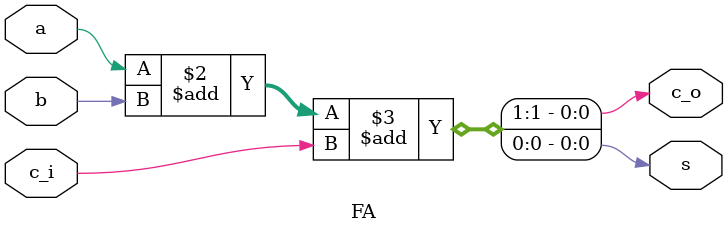
<source format=v>
`timescale 1ns / 1ns // `timescale time_unit/time_precision


module part2(Clock, Reset_b, Data, Function, ALUout);

	input Clock, Reset_b;
	input [2:0] Function;
	input [3:0] Data;
	
	output reg [7:0] ALUout;
	
	wire [7:0] alu;
	
	ALU u0 (.Function(Function),
			  .A(Data),
			  .B(ALUout[3:0]), 
			  .Q(alu),
			  .prev(ALUout[7:4]));
	
	always@(posedge Clock)
	begin
		if (Reset_b == 1'b0)
			ALUout <= 8'b00000000;
		else	
			ALUout <= alu;
	end
	
endmodule

module ALU(Function, A, B, Q, prev);
	input [3:0] A, B, prev;
	input [2:0] Function;
	output reg [7:0] Q;
	
	wire[4:0] c_s;	
	BitAdder u0 (.a(A), 
			.b(B), 
			.c_in(1'b0), 
			.s(c_s[3:0]), 
			.c_out(c_s[4]));
	
	
	always@(*)
	begin
	
		case(Function)
			
			3'b000: Q[7:0] = {3'b000, c_s};
			3'b001: Q = A + B;
			3'b010: Q = {{4{B[3]}}, B};
			3'b011: Q = A||B;
			3'b100:begin
					if (&A && &B) 
						Q = 8'b00000001;
				
					else 
						Q = 8'b00000000;
					end
			3'b101: Q = B << A;
			3'b110: Q = A * B;
			3'b111: Q[7:0] = {prev, B};
			
			default: Q = 8'b00000000;
			
		endcase
	end
endmodule


module BitAdder(a, b, c_in, s, c_out);
	
	input [3:0] a, b;
	input c_in;
	output [3:0] s;
	output c_out;
	wire [2:0] carry;
	
	FA u0 (
		.a(a[0]), 
		.b(b[0]), 
		.c_i(c_in), 
		.c_o(carry[0]), 
		.s(s[0]));
		
	FA u1 (
		.a(a[1]), 
		.b(b[1]), 
		.c_i(carry[0]), 
		.c_o(carry[1]),
		.s(s[1]));
		
	FA u2 (
		.a(a[2]), 
		.b(b[2]), 
		.c_i(carry[1]), 
		.c_o(carry[2]), 
		.s(s[2]));
	
	FA u3 (
		.a(a[3]), 
		.b(b[3]), 
		.c_i(carry[2]), 
		.c_o(c_out), 
		.s(s[3]));
endmodule

module FA (a, b, c_i, c_o, s);

	input a, b, c_i; 
	output reg c_o, s;
	
	always@(*)
	begin
		{c_o, s} = a+b+c_i;
	end
	
endmodule

</source>
